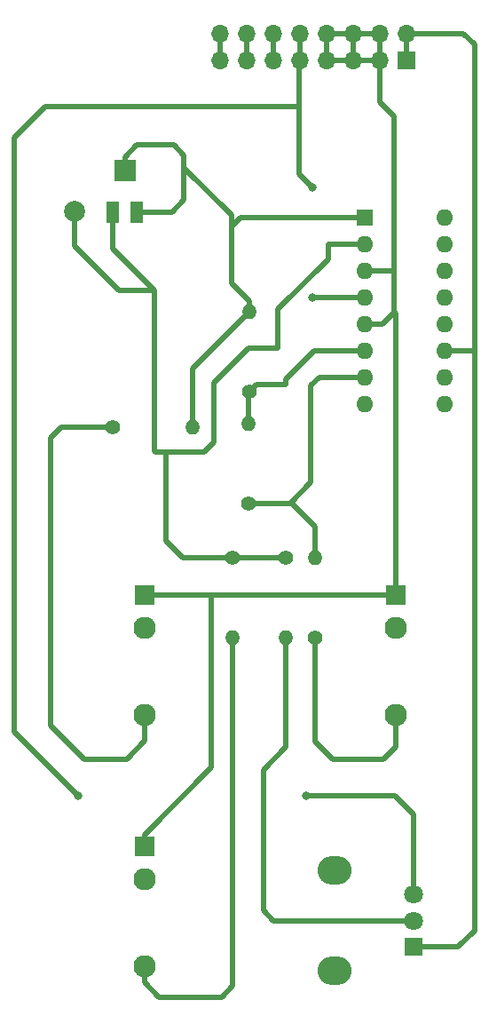
<source format=gbr>
G04 #@! TF.GenerationSoftware,KiCad,Pcbnew,(5.1.4-0)*
G04 #@! TF.CreationDate,2019-09-06T00:12:38-05:00*
G04 #@! TF.ProjectId,attenuverter,61747465-6e75-4766-9572-7465722e6b69,rev?*
G04 #@! TF.SameCoordinates,Original*
G04 #@! TF.FileFunction,Copper,L1,Top*
G04 #@! TF.FilePolarity,Positive*
%FSLAX46Y46*%
G04 Gerber Fmt 4.6, Leading zero omitted, Abs format (unit mm)*
G04 Created by KiCad (PCBNEW (5.1.4-0)) date 2019-09-06 00:12:38*
%MOMM*%
%LPD*%
G04 APERTURE LIST*
%ADD10C,1.998980*%
%ADD11R,1.800000X1.800000*%
%ADD12C,1.800000*%
%ADD13O,3.240000X2.720000*%
%ADD14O,1.700000X1.700000*%
%ADD15R,1.700000X1.700000*%
%ADD16C,2.130000*%
%ADD17R,1.930000X1.830000*%
%ADD18O,1.400000X1.400000*%
%ADD19C,1.400000*%
%ADD20R,1.300000X2.000000*%
%ADD21R,2.000000X2.000000*%
%ADD22R,1.600000X1.600000*%
%ADD23O,1.600000X1.600000*%
%ADD24C,0.800000*%
%ADD25C,0.508000*%
G04 APERTURE END LIST*
D10*
X105333800Y-72390000D03*
D11*
X137650000Y-142550000D03*
D12*
X137650000Y-140050000D03*
X137650000Y-137550000D03*
D13*
X130150000Y-135250000D03*
X130150000Y-144850000D03*
D14*
X119220000Y-55460000D03*
X119220000Y-58000000D03*
X121760000Y-55460000D03*
X121760000Y-58000000D03*
X124300000Y-55460000D03*
X124300000Y-58000000D03*
X126840000Y-55460000D03*
X126840000Y-58000000D03*
X129380000Y-55460000D03*
X129380000Y-58000000D03*
X131920000Y-55460000D03*
X131920000Y-58000000D03*
X134460000Y-55460000D03*
X134460000Y-58000000D03*
X137000000Y-55460000D03*
D15*
X137000000Y-58000000D03*
D16*
X112000000Y-144400000D03*
D17*
X112000000Y-133000000D03*
D16*
X112000000Y-136100000D03*
X136000000Y-112100000D03*
D17*
X136000000Y-109000000D03*
D16*
X136000000Y-120400000D03*
X112000000Y-112100000D03*
D17*
X112000000Y-109000000D03*
D16*
X112000000Y-120400000D03*
D18*
X125500000Y-113070000D03*
D19*
X125500000Y-105450000D03*
X120400000Y-105450000D03*
D18*
X120400000Y-113070000D03*
D19*
X122000000Y-89620000D03*
D18*
X122000000Y-82000000D03*
X121950000Y-92630000D03*
D19*
X121950000Y-100250000D03*
D18*
X116620000Y-93000000D03*
D19*
X109000000Y-93000000D03*
X128250000Y-113050000D03*
D18*
X128250000Y-105430000D03*
D20*
X111300000Y-72500000D03*
D21*
X110150000Y-68500000D03*
D20*
X109000000Y-72500000D03*
D22*
X133000000Y-73000000D03*
D23*
X140620000Y-90780000D03*
X133000000Y-75540000D03*
X140620000Y-88240000D03*
X133000000Y-78080000D03*
X140620000Y-85700000D03*
X133000000Y-80620000D03*
X140620000Y-83160000D03*
X133000000Y-83160000D03*
X140620000Y-80620000D03*
X133000000Y-85700000D03*
X140620000Y-78080000D03*
X133000000Y-88240000D03*
X140620000Y-75540000D03*
X133000000Y-90780000D03*
X140620000Y-73000000D03*
D24*
X127450000Y-128100000D03*
X105664000Y-128100000D03*
X128000000Y-80600000D03*
X128016000Y-70104000D03*
D25*
X112000000Y-145906137D02*
X113413863Y-147320000D01*
X112000000Y-144400000D02*
X112000000Y-145906137D01*
X120400000Y-146300000D02*
X120400000Y-113070000D01*
X120400000Y-146300000D02*
X119380000Y-147320000D01*
X119380000Y-147320000D02*
X113413863Y-147320000D01*
X134460000Y-62010000D02*
X134460000Y-58000000D01*
X135850000Y-63400000D02*
X134460000Y-62010000D01*
X135850000Y-77900000D02*
X135850000Y-63400000D01*
X112000000Y-131835000D02*
X118400000Y-125435000D01*
X112000000Y-133000000D02*
X112000000Y-131835000D01*
X118400000Y-109100000D02*
X118500000Y-109000000D01*
X118400000Y-125435000D02*
X118400000Y-109100000D01*
X118500000Y-109000000D02*
X136000000Y-109000000D01*
X112000000Y-109000000D02*
X118500000Y-109000000D01*
X134460000Y-58000000D02*
X134460000Y-55460000D01*
X131920000Y-58000000D02*
X131920000Y-55460000D01*
X129380000Y-58000000D02*
X129380000Y-55460000D01*
X129380000Y-55460000D02*
X131920000Y-55460000D01*
X131920000Y-55460000D02*
X134460000Y-55460000D01*
X134460000Y-58000000D02*
X131920000Y-58000000D01*
X129380000Y-58000000D02*
X131920000Y-58000000D01*
X135788000Y-78080000D02*
X135850000Y-78018000D01*
X135850000Y-78018000D02*
X135850000Y-77900000D01*
X133000000Y-78080000D02*
X135788000Y-78080000D01*
X135850000Y-82050000D02*
X135850000Y-78018000D01*
X136000000Y-82200000D02*
X136000000Y-109000000D01*
X135850000Y-82050000D02*
X136000000Y-82200000D01*
X134740000Y-83160000D02*
X135850000Y-82050000D01*
X133000000Y-83160000D02*
X134740000Y-83160000D01*
X130000000Y-124700000D02*
X134800000Y-124700000D01*
X134800000Y-124700000D02*
X136000000Y-123500000D01*
X128250000Y-122950000D02*
X130000000Y-124700000D01*
X136000000Y-123500000D02*
X136000000Y-120400000D01*
X128250000Y-113050000D02*
X128250000Y-122950000D01*
X112000000Y-121906137D02*
X112050000Y-121956137D01*
X112000000Y-120400000D02*
X112000000Y-121906137D01*
X112050000Y-121956137D02*
X112050000Y-122900000D01*
X112050000Y-122900000D02*
X110300000Y-124650000D01*
X110300000Y-124650000D02*
X106250000Y-124650000D01*
X106250000Y-124650000D02*
X103050000Y-121450000D01*
X103050000Y-121450000D02*
X103050000Y-94000000D01*
X104050000Y-93000000D02*
X109000000Y-93000000D01*
X103050000Y-94000000D02*
X104050000Y-93000000D01*
X123350000Y-125650000D02*
X123350000Y-139050000D01*
X124350000Y-140050000D02*
X137650000Y-140050000D01*
X125500000Y-123500000D02*
X123350000Y-125650000D01*
X123350000Y-139050000D02*
X124350000Y-140050000D01*
X125500000Y-113070000D02*
X125500000Y-123500000D01*
X120400000Y-105450000D02*
X125500000Y-105450000D01*
X118600000Y-88808630D02*
X118600000Y-94450000D01*
X118600000Y-94450000D02*
X117700000Y-95350000D01*
X133000000Y-75540000D02*
X129540000Y-75540000D01*
X129540000Y-76960000D02*
X124750000Y-81750000D01*
X129540000Y-75540000D02*
X129540000Y-76960000D01*
X124750000Y-81750000D02*
X124750000Y-85500000D01*
X121908630Y-85500000D02*
X118600000Y-88808630D01*
X124750000Y-85500000D02*
X121908630Y-85500000D01*
X113100000Y-95350000D02*
X113000000Y-95250000D01*
X113000000Y-95250000D02*
X113000000Y-80000000D01*
X109000000Y-76000000D02*
X109000000Y-72500000D01*
X113000000Y-80000000D02*
X109000000Y-76000000D01*
X115700000Y-105450000D02*
X114100000Y-103850000D01*
X114100000Y-95350000D02*
X113100000Y-95350000D01*
X114100000Y-103850000D02*
X114100000Y-95350000D01*
X120400000Y-105450000D02*
X115700000Y-105450000D01*
X117700000Y-95350000D02*
X114100000Y-95350000D01*
X105333800Y-75768200D02*
X109565600Y-80000000D01*
X109565600Y-80000000D02*
X113000000Y-80000000D01*
X105333800Y-72390000D02*
X105333800Y-75768200D01*
X121950000Y-89670000D02*
X122000000Y-89620000D01*
X121950000Y-92630000D02*
X121950000Y-89670000D01*
X122000000Y-89620000D02*
X122699999Y-88920001D01*
X133000000Y-85700000D02*
X128168000Y-85700000D01*
X128168000Y-85700000D02*
X125455999Y-88412001D01*
X125455999Y-88412001D02*
X125455999Y-88920001D01*
X122699999Y-88920001D02*
X125455999Y-88920001D01*
X110150000Y-67250000D02*
X111300000Y-66100000D01*
X110150000Y-68500000D02*
X110150000Y-67250000D01*
X111300000Y-66100000D02*
X114800000Y-66100000D01*
X114800000Y-66100000D02*
X115800000Y-67100000D01*
X114650000Y-72500000D02*
X111300000Y-72500000D01*
X115800000Y-71350000D02*
X114650000Y-72500000D01*
X122000000Y-81010051D02*
X120300000Y-79310051D01*
X122000000Y-82000000D02*
X122000000Y-81010051D01*
X120300000Y-72750000D02*
X115800000Y-68250000D01*
X115800000Y-68250000D02*
X115800000Y-71350000D01*
X115800000Y-67100000D02*
X115800000Y-68250000D01*
X116620000Y-87380000D02*
X122000000Y-82000000D01*
X116620000Y-93000000D02*
X116620000Y-87380000D01*
X133000000Y-73000000D02*
X121200000Y-73000000D01*
X121200000Y-73000000D02*
X120300000Y-73900000D01*
X120300000Y-73900000D02*
X120300000Y-72750000D01*
X120300000Y-79310051D02*
X120300000Y-73900000D01*
X128250000Y-102450000D02*
X128250000Y-105430000D01*
X126050000Y-100250000D02*
X128250000Y-102450000D01*
X125900000Y-100250000D02*
X126050000Y-100250000D01*
X121950000Y-100250000D02*
X125900000Y-100250000D01*
X127900000Y-89016000D02*
X127900000Y-98250000D01*
X127900000Y-98250000D02*
X125900000Y-100250000D01*
X128676000Y-88240000D02*
X127900000Y-89016000D01*
X133000000Y-88240000D02*
X128676000Y-88240000D01*
X137000000Y-58000000D02*
X137000000Y-55460000D01*
X141650000Y-142550000D02*
X137650000Y-142550000D01*
X143510000Y-140970000D02*
X141930000Y-142550000D01*
X141930000Y-142550000D02*
X141650000Y-142550000D01*
X137000000Y-55460000D02*
X142460000Y-55460000D01*
X142460000Y-55460000D02*
X143510000Y-56510000D01*
X140620000Y-85700000D02*
X143408000Y-85700000D01*
X143408000Y-85700000D02*
X143510000Y-85598000D01*
X143510000Y-85598000D02*
X143510000Y-140970000D01*
X143510000Y-56510000D02*
X143510000Y-85598000D01*
X137650000Y-137550000D02*
X137650000Y-129900000D01*
X137650000Y-129900000D02*
X135900000Y-128150000D01*
X127500000Y-128150000D02*
X127450000Y-128100000D01*
X135900000Y-128150000D02*
X127500000Y-128150000D01*
X133000000Y-80620000D02*
X129330000Y-80620000D01*
X128020000Y-80620000D02*
X128000000Y-80600000D01*
X129330000Y-80620000D02*
X128020000Y-80620000D01*
X126800000Y-58040000D02*
X126840000Y-58000000D01*
X126700000Y-62400000D02*
X126800000Y-62500000D01*
X99600000Y-65950000D02*
X99600000Y-65384315D01*
X99600000Y-65384315D02*
X102584315Y-62400000D01*
X102584315Y-62400000D02*
X126700000Y-62400000D01*
X126800000Y-62500000D02*
X126800000Y-58040000D01*
X126840000Y-58000000D02*
X126840000Y-55460000D01*
X126800000Y-68888000D02*
X128016000Y-70104000D01*
X126800000Y-62500000D02*
X126800000Y-68888000D01*
X99600000Y-122036000D02*
X99600000Y-121952000D01*
X105664000Y-128100000D02*
X99600000Y-122036000D01*
X99600000Y-65950000D02*
X99600000Y-121952000D01*
X119220000Y-55460000D02*
X119220000Y-58000000D01*
X121760000Y-55460000D02*
X121760000Y-58000000D01*
X124300000Y-55460000D02*
X124300000Y-58000000D01*
M02*

</source>
